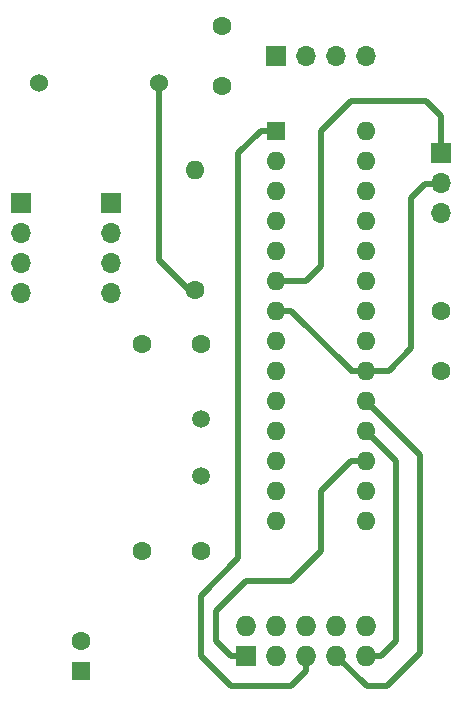
<source format=gbr>
G04 #@! TF.FileFunction,Copper,L1,Top,Signal*
%FSLAX46Y46*%
G04 Gerber Fmt 4.6, Leading zero omitted, Abs format (unit mm)*
G04 Created by KiCad (PCBNEW 4.0.2-stable) date 15.08.2017 23:18:53*
%MOMM*%
G01*
G04 APERTURE LIST*
%ADD10C,0.100000*%
%ADD11R,1.700000X1.700000*%
%ADD12O,1.700000X1.700000*%
%ADD13R,1.600000X1.600000*%
%ADD14O,1.600000X1.600000*%
%ADD15C,1.600000*%
%ADD16C,1.524000*%
%ADD17C,1.500000*%
%ADD18R,1.727200X1.727200*%
%ADD19O,1.727200X1.727200*%
%ADD20C,0.500000*%
G04 APERTURE END LIST*
D10*
D11*
X64770000Y-110236000D03*
D12*
X64770000Y-112776000D03*
X64770000Y-115316000D03*
X64770000Y-117856000D03*
D13*
X78740000Y-104140000D03*
D14*
X86360000Y-137160000D03*
X78740000Y-106680000D03*
X86360000Y-134620000D03*
X78740000Y-109220000D03*
X86360000Y-132080000D03*
X78740000Y-111760000D03*
X86360000Y-129540000D03*
X78740000Y-114300000D03*
X86360000Y-127000000D03*
X78740000Y-116840000D03*
X86360000Y-124460000D03*
X78740000Y-119380000D03*
X86360000Y-121920000D03*
X78740000Y-121920000D03*
X86360000Y-119380000D03*
X78740000Y-124460000D03*
X86360000Y-116840000D03*
X78740000Y-127000000D03*
X86360000Y-114300000D03*
X78740000Y-129540000D03*
X86360000Y-111760000D03*
X78740000Y-132080000D03*
X86360000Y-109220000D03*
X78740000Y-134620000D03*
X86360000Y-106680000D03*
X78740000Y-137160000D03*
X86360000Y-104140000D03*
D15*
X71882000Y-117602000D03*
D14*
X71882000Y-107442000D03*
D16*
X58674000Y-100076000D03*
X68834000Y-100076000D03*
D17*
X72390000Y-128524000D03*
X72390000Y-133424000D03*
D15*
X74168000Y-100330000D03*
X74168000Y-95330000D03*
D18*
X76200000Y-148590000D03*
D19*
X76200000Y-146050000D03*
X78740000Y-148590000D03*
X78740000Y-146050000D03*
X81280000Y-148590000D03*
X81280000Y-146050000D03*
X83820000Y-148590000D03*
X83820000Y-146050000D03*
X86360000Y-148590000D03*
X86360000Y-146050000D03*
D15*
X92710000Y-124460000D03*
X92710000Y-119460000D03*
D13*
X62230000Y-149860000D03*
D15*
X62230000Y-147360000D03*
X72390000Y-122174000D03*
X67390000Y-122174000D03*
X72390000Y-139700000D03*
X67390000Y-139700000D03*
D11*
X78740000Y-97790000D03*
D12*
X81280000Y-97790000D03*
X83820000Y-97790000D03*
X86360000Y-97790000D03*
D11*
X57150000Y-110236000D03*
D12*
X57150000Y-112776000D03*
X57150000Y-115316000D03*
X57150000Y-117856000D03*
D11*
X92710000Y-106045000D03*
D12*
X92710000Y-108585000D03*
X92710000Y-111125000D03*
D20*
X71882000Y-117602000D02*
X71374000Y-117602000D01*
X71374000Y-117602000D02*
X68834000Y-115062000D01*
X68834000Y-115062000D02*
X68834000Y-100076000D01*
X85060000Y-124400000D02*
X80040000Y-119380000D01*
X85060000Y-124460000D02*
X85060000Y-124400000D01*
X85710000Y-124460000D02*
X85060000Y-124460000D01*
X86360000Y-124460000D02*
X88265000Y-124460000D01*
X91345000Y-108680000D02*
X92710000Y-108680000D01*
X90170000Y-109855000D02*
X91345000Y-108680000D01*
X90170000Y-122555000D02*
X90170000Y-109855000D01*
X88265000Y-124460000D02*
X90170000Y-122555000D01*
X78740000Y-119380000D02*
X80040000Y-119380000D01*
X86360000Y-124460000D02*
X85710000Y-124460000D01*
X76200000Y-148590000D02*
X74930000Y-148590000D01*
X85090000Y-132080000D02*
X86360000Y-132080000D01*
X82550000Y-134620000D02*
X85090000Y-132080000D01*
X82550000Y-139700000D02*
X82550000Y-134620000D01*
X80010000Y-142240000D02*
X82550000Y-139700000D01*
X76200000Y-142240000D02*
X80010000Y-142240000D01*
X73660000Y-144780000D02*
X76200000Y-142240000D01*
X73660000Y-147320000D02*
X73660000Y-144780000D01*
X74930000Y-148590000D02*
X73660000Y-147320000D01*
X86422000Y-151192000D02*
X83820000Y-148590000D01*
X88161100Y-151192000D02*
X86422000Y-151192000D01*
X90951000Y-148402100D02*
X88161100Y-151192000D01*
X90951000Y-131591000D02*
X90951000Y-148402100D01*
X86360000Y-127000000D02*
X90951000Y-131591000D01*
X86360000Y-148590000D02*
X87630000Y-148590000D01*
X88900000Y-132080000D02*
X86360000Y-129540000D01*
X88900000Y-147320000D02*
X88900000Y-132080000D01*
X87630000Y-148590000D02*
X88900000Y-147320000D01*
X92710000Y-106045000D02*
X92710000Y-102870000D01*
X81280000Y-116840000D02*
X78740000Y-116840000D01*
X85090000Y-101600000D02*
X91440000Y-101600000D01*
X82550000Y-104140000D02*
X85090000Y-101600000D01*
X82550000Y-115570000D02*
X82550000Y-104140000D01*
X81280000Y-116840000D02*
X82550000Y-115570000D01*
X91440000Y-101600000D02*
X92710000Y-102870000D01*
X81280000Y-148590000D02*
X81280000Y-149860000D01*
X75535000Y-140365000D02*
X75535000Y-106045000D01*
X72390000Y-143510000D02*
X75535000Y-140365000D01*
X72390000Y-148590000D02*
X72390000Y-143510000D01*
X74930000Y-151130000D02*
X72390000Y-148590000D01*
X80010000Y-151130000D02*
X74930000Y-151130000D01*
X81280000Y-149860000D02*
X80010000Y-151130000D01*
X75535000Y-106045000D02*
X77440000Y-104140000D01*
X77440000Y-104140000D02*
X78740000Y-104140000D01*
X78740000Y-104140000D02*
X77440000Y-104140000D01*
X75535000Y-106045000D02*
X77440000Y-104140000D01*
M02*

</source>
